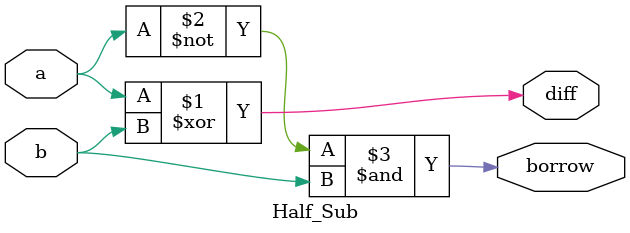
<source format=v>
module Half_Sub (
input wire a, b, // Inputs
output wire diff, borrow // Outputs
);
// Logic equations
assign diff = a ^ b; // XOR for difference
assign borrow = ~a & b; // Borrow when a < b
endmodule
</source>
